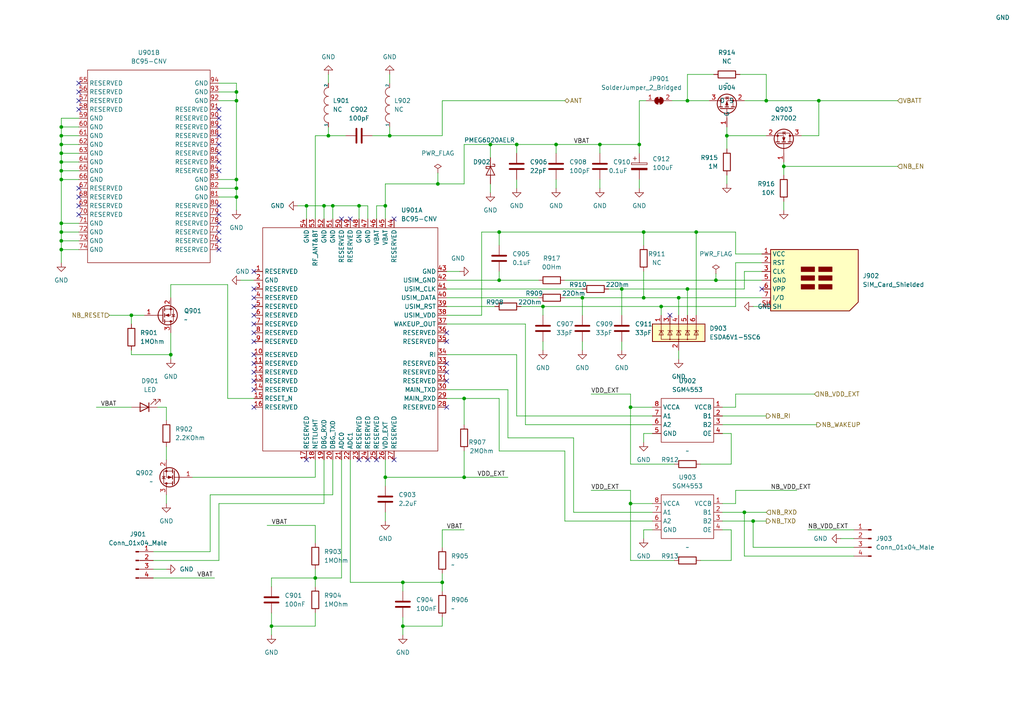
<source format=kicad_sch>
(kicad_sch (version 20211123) (generator eeschema)
  (paper "A4")
  (lib_symbols
    (symbol "Connector:Conn_01x04_Male" (pin_names (offset 1.016) hide)
      (property "Reference" "J" (at 0 5.08 0))
      (property "Value" "Conn_01x04_Male" (at 0 -7.62 0))
      (symbol "Conn_01x04_Male_1_1"
        (polyline (pts (xy 1.27 -5.08) (xy 0.8636 -5.08)) (stroke (width 0.1524)))
        (polyline (pts (xy 1.27 -2.54) (xy 0.8636 -2.54)) (stroke (width 0.1524)))
        (polyline (pts (xy 1.27 0) (xy 0.8636 0)) (stroke (width 0.1524)))
        (polyline (pts (xy 1.27 2.54) (xy 0.8636 2.54)) (stroke (width 0.1524)))
        (rectangle (start 0.8636 -4.953) (end 0 -5.207) (stroke (width 0.1524)) (fill (type outline)))
        (rectangle (start 0.8636 -2.413) (end 0 -2.667) (stroke (width 0.1524)) (fill (type outline)))
        (rectangle (start 0.8636 0.127) (end 0 -0.127) (stroke (width 0.1524)) (fill (type outline)))
        (rectangle (start 0.8636 2.667) (end 0 2.413) (stroke (width 0.1524)) (fill (type outline)))
        (pin passive line (at 5.08 2.54 180) (length 3.81) (name "Pin_1") (number "1"))
        (pin passive line (at 5.08 0 180) (length 3.81) (name "Pin_2") (number "2"))
        (pin passive line (at 5.08 -2.54 180) (length 3.81) (name "Pin_3") (number "3"))
        (pin passive line (at 5.08 -5.08 180) (length 3.81) (name "Pin_4") (number "4"))
      )
    )
    (symbol "Connector:SIM_Card_Shielded"
      (property "Reference" "J" (at -2.54 12.7 0))
      (property "Value" "SIM_Card_Shielded" (at -1.27 10.16 0))
      (symbol "SIM_Card_Shielded_0_1"
        (rectangle (start -1.27 -2.54) (end 2.54 -1.27) (stroke (width 0.254)) (fill (type outline)))
        (rectangle (start -1.27 0) (end 2.54 1.27) (stroke (width 0.254)) (fill (type outline)))
        (rectangle (start -1.27 2.54) (end 2.54 3.81) (stroke (width 0.254)) (fill (type outline)))
        (polyline (pts (xy -10.16 8.89) (xy -10.16 -8.89) (xy 12.7 -8.89) (xy 15.24 -6.35) (xy 15.24 8.89) (xy -10.16 8.89)) (stroke (width 0.254)) (fill (type background)))
        (rectangle (start 3.81 -1.27) (end 7.62 -2.54) (stroke (width 0.254)) (fill (type outline)))
        (rectangle (start 3.81 0) (end 7.62 1.27) (stroke (width 0.254)) (fill (type outline)))
        (rectangle (start 3.81 2.54) (end 7.62 3.81) (stroke (width 0.254)) (fill (type outline)))
      )
      (symbol "SIM_Card_Shielded_1_1"
        (pin power_in line (at -12.7 7.62 0) (length 2.54) (name "VCC") (number "1"))
        (pin input line (at -12.7 5.08 0) (length 2.54) (name "RST") (number "2"))
        (pin input line (at -12.7 2.54 0) (length 2.54) (name "CLK") (number "3"))
        (pin power_in line (at -12.7 0 0) (length 2.54) (name "GND") (number "5"))
        (pin input line (at -12.7 -2.54 0) (length 2.54) (name "VPP") (number "6"))
        (pin bidirectional line (at -12.7 -5.08 0) (length 2.54) (name "I/O") (number "7"))
        (pin passive line (at -12.7 -7.62 0) (length 2.54) (name "SH") (number "SH"))
      )
    )
    (symbol "Device:C" (pin_numbers hide) (pin_names (offset 0.254))
      (property "Reference" "C" (at 0.635 2.54 0))
      (property "Value" "C" (at 0.635 -2.54 0))
      (symbol "C_0_1"
        (polyline (pts (xy -2.032 -0.762) (xy 2.032 -0.762)) (stroke (width 0.508)))
        (polyline (pts (xy -2.032 0.762) (xy 2.032 0.762)) (stroke (width 0.508)))
      )
      (symbol "C_1_1"
        (pin passive line (at 0 3.81 270) (length 2.794) (name "~") (number "1"))
        (pin passive line (at 0 -3.81 90) (length 2.794) (name "~") (number "2"))
      )
    )
    (symbol "Device:C_Polarized" (pin_numbers hide) (pin_names (offset 0.254))
      (property "Reference" "C" (at 0.635 2.54 0))
      (property "Value" "C_Polarized" (at 0.635 -2.54 0))
      (symbol "C_Polarized_0_1"
        (rectangle (start -2.286 0.508) (end 2.286 1.016))
        (polyline (pts (xy -1.778 2.286) (xy -0.762 2.286)))
        (polyline (pts (xy -1.27 2.794) (xy -1.27 1.778)))
        (rectangle (start 2.286 -0.508) (end -2.286 -1.016) (fill (type outline)))
      )
      (symbol "C_Polarized_1_1"
        (pin passive line (at 0 3.81 270) (length 2.794) (name "~") (number "1"))
        (pin passive line (at 0 -3.81 90) (length 2.794) (name "~") (number "2"))
      )
    )
    (symbol "Device:LED" (pin_numbers hide) (pin_names (offset 1.016) hide)
      (property "Reference" "D" (at 0 2.54 0))
      (property "Value" "LED" (at 0 -2.54 0))
      (symbol "LED_0_1"
        (polyline (pts (xy -1.27 -1.27) (xy -1.27 1.27)) (stroke (width 0.254)))
        (polyline (pts (xy -1.27 0) (xy 1.27 0)))
        (polyline (pts (xy 1.27 -1.27) (xy 1.27 1.27) (xy -1.27 0) (xy 1.27 -1.27)) (stroke (width 0.254)))
        (polyline (pts (xy -3.048 -0.762) (xy -4.572 -2.286) (xy -3.81 -2.286) (xy -4.572 -2.286) (xy -4.572 -1.524)))
        (polyline (pts (xy -1.778 -0.762) (xy -3.302 -2.286) (xy -2.54 -2.286) (xy -3.302 -2.286) (xy -3.302 -1.524)))
      )
      (symbol "LED_1_1"
        (pin passive line (at -3.81 0 0) (length 2.54) (name "K") (number "1"))
        (pin passive line (at 3.81 0 180) (length 2.54) (name "A") (number "2"))
      )
    )
    (symbol "Device:R" (pin_numbers hide) (pin_names (offset 0))
      (property "Reference" "R" (at 2.032 0 90))
      (property "Value" "R" (at 0 0 90))
      (symbol "R_0_1"
        (rectangle (start -1.016 -2.54) (end 1.016 2.54) (stroke (width 0.254)))
      )
      (symbol "R_1_1"
        (pin passive line (at 0 3.81 270) (length 1.27) (name "~") (number "1"))
        (pin passive line (at 0 -3.81 90) (length 1.27) (name "~") (number "2"))
      )
    )
    (symbol "Diode:PMEG6020AELR" (pin_numbers hide) (pin_names hide)
      (property "Reference" "D" (at 0 2.54 0))
      (property "Value" "PMEG6020AELR" (at 0 -2.54 0))
      (symbol "PMEG6020AELR_0_1"
        (polyline (pts (xy 1.27 0) (xy -1.27 0)))
        (polyline (pts (xy 1.27 1.27) (xy 1.27 -1.27) (xy -1.27 0) (xy 1.27 1.27)) (stroke (width 0.2032)))
        (polyline (pts (xy -1.905 0.635) (xy -1.905 1.27) (xy -1.27 1.27) (xy -1.27 -1.27) (xy -0.635 -1.27) (xy -0.635 -0.635)) (stroke (width 0.2032)))
      )
      (symbol "PMEG6020AELR_1_1"
        (pin passive line (at -3.81 0 0) (length 2.54) (name "K") (number "1"))
        (pin passive line (at 3.81 0 180) (length 2.54) (name "A") (number "2"))
      )
    )
    (symbol "Jumper:SolderJumper_2_Bridged" (pin_names (offset 0) hide)
      (property "Reference" "JP" (at 0 2.032 0))
      (property "Value" "SolderJumper_2_Bridged" (at 0 -2.54 0))
      (symbol "SolderJumper_2_Bridged_0_1"
        (rectangle (start -0.508 0.508) (end 0.508 -0.508) (fill (type outline)))
        (arc (start -0.254 1.016) (mid -1.27 0) (end -0.254 -1.016))
        (arc (start -0.254 1.016) (mid -1.27 0) (end -0.254 -1.016) (fill (type outline)))
        (polyline (pts (xy -0.254 1.016) (xy -0.254 -1.016)))
        (polyline (pts (xy 0.254 1.016) (xy 0.254 -1.016)))
        (arc (start 0.254 -1.016) (mid 1.27 0) (end 0.254 1.016))
        (arc (start 0.254 -1.016) (mid 1.27 0) (end 0.254 1.016) (fill (type outline)))
      )
      (symbol "SolderJumper_2_Bridged_1_1"
        (pin passive line (at -3.81 0 0) (length 2.54) (name "A") (number "1"))
        (pin passive line (at 3.81 0 180) (length 2.54) (name "B") (number "2"))
      )
    )
    (symbol "Power_Protection:ESDA6V1-5SC6" (pin_names hide)
      (property "Reference" "D" (at -5.08 -3.81 0))
      (property "Value" "ESDA6V1-5SC6" (at 2.54 -3.81 0))
      (symbol "ESDA6V1-5SC6_0_0"
        (pin passive line (at 0 -5.08 90) (length 2.54) (name "GND") (number "2"))
      )
      (symbol "ESDA6V1-5SC6_0_1"
        (rectangle (start -7.62 2.54) (end 7.62 -2.54) (stroke (width 0.254)) (fill (type background)))
        (circle (center -2.54 -1.905) (radius 0.127))
        (circle (center 0 -1.905) (radius 0.127))
        (polyline (pts (xy -2.54 2.54) (xy -2.54 -1.905)))
        (polyline (pts (xy 0 2.54) (xy 0 -2.54)))
        (polyline (pts (xy 2.54 2.54) (xy 2.54 -1.905)))
        (polyline (pts (xy -5.715 0.635) (xy -4.445 0.635) (xy -4.445 0.381)))
        (polyline (pts (xy -3.175 0.635) (xy -1.905 0.635) (xy -1.905 0.381)))
        (polyline (pts (xy -0.635 0.635) (xy 0.635 0.635) (xy 0.635 0.381)))
        (polyline (pts (xy 1.905 0.635) (xy 3.175 0.635) (xy 3.175 0.381)))
        (polyline (pts (xy 4.445 0.635) (xy 5.715 0.635) (xy 5.715 0.381)))
        (polyline (pts (xy -5.715 -0.635) (xy -4.445 -0.635) (xy -5.08 0.635) (xy -5.715 -0.635)))
        (polyline (pts (xy -5.08 2.54) (xy -5.08 -1.905) (xy 5.08 -1.905) (xy 5.08 2.54)))
        (polyline (pts (xy -3.175 -0.635) (xy -1.905 -0.635) (xy -2.54 0.635) (xy -3.175 -0.635)))
        (polyline (pts (xy -0.635 -0.635) (xy 0.635 -0.635) (xy 0 0.635) (xy -0.635 -0.635)))
        (polyline (pts (xy 1.905 -0.635) (xy 3.175 -0.635) (xy 2.54 0.635) (xy 1.905 -0.635)))
        (polyline (pts (xy 4.445 -0.635) (xy 5.715 -0.635) (xy 5.08 0.635) (xy 4.445 -0.635)))
        (circle (center 2.54 -1.905) (radius 0.127))
      )
      (symbol "ESDA6V1-5SC6_1_1"
        (pin passive line (at -5.08 5.08 270) (length 2.54) (name "IO1") (number "1"))
        (pin passive line (at -2.54 5.08 270) (length 2.54) (name "IO2") (number "3"))
        (pin passive line (at 0 5.08 270) (length 2.54) (name "IO3") (number "4"))
        (pin passive line (at 2.54 5.08 270) (length 2.54) (name "IO4") (number "5"))
        (pin passive line (at 5.08 5.08 270) (length 2.54) (name "IO5") (number "6"))
      )
    )
    (symbol "Transistor_FET:2N7002" (pin_names hide)
      (property "Reference" "Q" (at 5.08 1.905 0))
      (property "Value" "2N7002" (at 5.08 0 0))
      (symbol "2N7002_0_1"
        (polyline (pts (xy 0.254 0) (xy -2.54 0)))
        (polyline (pts (xy 0.254 1.905) (xy 0.254 -1.905)) (stroke (width 0.254)))
        (polyline (pts (xy 0.762 -1.27) (xy 0.762 -2.286)) (stroke (width 0.254)))
        (polyline (pts (xy 0.762 0.508) (xy 0.762 -0.508)) (stroke (width 0.254)))
        (polyline (pts (xy 0.762 2.286) (xy 0.762 1.27)) (stroke (width 0.254)))
        (polyline (pts (xy 2.54 2.54) (xy 2.54 1.778)))
        (polyline (pts (xy 2.54 -2.54) (xy 2.54 0) (xy 0.762 0)))
        (polyline (pts (xy 0.762 -1.778) (xy 3.302 -1.778) (xy 3.302 1.778) (xy 0.762 1.778)))
        (polyline (pts (xy 1.016 0) (xy 2.032 0.381) (xy 2.032 -0.381) (xy 1.016 0)) (fill (type outline)))
        (polyline (pts (xy 2.794 0.508) (xy 2.921 0.381) (xy 3.683 0.381) (xy 3.81 0.254)))
        (polyline (pts (xy 3.302 0.381) (xy 2.921 -0.254) (xy 3.683 -0.254) (xy 3.302 0.381)))
        (circle (center 1.651 0) (radius 2.794) (stroke (width 0.254)))
        (circle (center 2.54 -1.778) (radius 0.254) (fill (type outline)))
        (circle (center 2.54 1.778) (radius 0.254) (fill (type outline)))
      )
      (symbol "2N7002_1_1"
        (pin input line (at -5.08 0 0) (length 2.54) (name "G") (number "1"))
        (pin passive line (at 2.54 -5.08 90) (length 2.54) (name "S") (number "2"))
        (pin passive line (at 2.54 5.08 270) (length 2.54) (name "D") (number "3"))
      )
    )
    (symbol "lp-collapse:BC95-CNV"
      (property "Reference" "U" (at -1.27 0 0))
      (property "Value" "BC95-CNV" (at 0 2.54 0))
      (symbol "BC95-CNV_1_1"
        (rectangle (start -25.4 33.02) (end 25.4 -31.75))
        (pin passive line (at -27.94 20.32 0) (length 2.54) (name "RESERVED") (number "1"))
        (pin passive line (at -27.94 -3.81 0) (length 2.54) (name "RESERVED") (number "10"))
        (pin passive line (at -27.94 -6.35 0) (length 2.54) (name "RESERVED") (number "11"))
        (pin passive line (at -27.94 -8.89 0) (length 2.54) (name "RESERVED") (number "12"))
        (pin passive line (at -27.94 -11.43 0) (length 2.54) (name "RESERVED") (number "13"))
        (pin passive line (at -27.94 -13.97 0) (length 2.54) (name "RESERVED") (number "14"))
        (pin input line (at -27.94 -16.51 0) (length 2.54) (name "RESET_N") (number "15"))
        (pin passive line (at -27.94 -19.05 0) (length 2.54) (name "RESERVED") (number "16"))
        (pin passive line (at -12.7 -34.29 90) (length 2.54) (name "RESERVED") (number "17"))
        (pin output line (at -10.16 -34.29 90) (length 2.54) (name "NETLIGHT") (number "18"))
        (pin input line (at -7.62 -34.29 90) (length 2.54) (name "DBG_RXD") (number "19"))
        (pin power_in line (at -27.94 17.78 0) (length 2.54) (name "GND") (number "2"))
        (pin output line (at -5.08 -34.29 90) (length 2.54) (name "DBG_TXD") (number "20"))
        (pin input line (at -2.54 -34.29 90) (length 2.54) (name "ADC0") (number "21"))
        (pin input line (at 0 -34.29 90) (length 2.54) (name "ADC1") (number "22"))
        (pin passive line (at 2.54 -34.29 90) (length 2.54) (name "RESERVED") (number "23"))
        (pin passive line (at 5.08 -34.29 90) (length 2.54) (name "RESERVED") (number "24"))
        (pin passive line (at 7.62 -34.29 90) (length 2.54) (name "RESERVED") (number "25"))
        (pin power_out line (at 10.16 -34.29 90) (length 2.54) (name "VDD_EXT") (number "26"))
        (pin passive line (at 12.7 -34.29 90) (length 2.54) (name "RESERVED") (number "27"))
        (pin passive line (at 27.94 -19.05 180) (length 2.54) (name "RESERVED") (number "28"))
        (pin input line (at 27.94 -16.51 180) (length 2.54) (name "MAIN_RXD") (number "29"))
        (pin passive line (at -27.94 15.24 0) (length 2.54) (name "RESERVED") (number "3"))
        (pin output line (at 27.94 -13.97 180) (length 2.54) (name "MAIN_TXD") (number "30"))
        (pin passive line (at 27.94 -11.43 180) (length 2.54) (name "RESERVED") (number "31"))
        (pin passive line (at 27.94 -8.89 180) (length 2.54) (name "RESERVED") (number "32"))
        (pin passive line (at 27.94 -6.35 180) (length 2.54) (name "RESERVED") (number "33"))
        (pin output line (at 27.94 -3.81 180) (length 2.54) (name "RI") (number "34"))
        (pin passive line (at 27.94 0 180) (length 2.54) (name "RESERVED") (number "35"))
        (pin passive line (at 27.94 2.54 180) (length 2.54) (name "RESERVED") (number "36"))
        (pin output line (at 27.94 5.08 180) (length 2.54) (name "WAKEUP_OUT") (number "37"))
        (pin power_out line (at 27.94 7.62 180) (length 2.54) (name "USIM_VDD") (number "38"))
        (pin output line (at 27.94 10.16 180) (length 2.54) (name "USIM_RST") (number "39"))
        (pin passive line (at -27.94 12.7 0) (length 2.54) (name "RESERVED") (number "4"))
        (pin bidirectional line (at 27.94 12.7 180) (length 2.54) (name "USIM_DATA") (number "40"))
        (pin output line (at 27.94 15.24 180) (length 2.54) (name "USIM_CLK") (number "41"))
        (pin output line (at 27.94 17.78 180) (length 2.54) (name "USIM_GND") (number "42"))
        (pin power_in line (at 27.94 20.32 180) (length 2.54) (name "GND") (number "43"))
        (pin passive line (at 12.7 35.56 270) (length 2.54) (name "RESERVED") (number "44"))
        (pin power_in line (at 10.16 35.56 270) (length 2.54) (name "VBAT") (number "45"))
        (pin power_in line (at 7.62 35.56 270) (length 2.54) (name "VBAT") (number "46"))
        (pin power_in line (at 5.08 35.56 270) (length 2.54) (name "GND") (number "47"))
        (pin power_in line (at 2.54 35.56 270) (length 2.54) (name "GND") (number "48"))
        (pin passive line (at 0 35.56 270) (length 2.54) (name "RESERVED") (number "49"))
        (pin passive line (at -27.94 10.16 0) (length 2.54) (name "RESERVED") (number "5"))
        (pin passive line (at -2.54 35.56 270) (length 2.54) (name "RESERVED") (number "50"))
        (pin power_in line (at -5.08 35.56 270) (length 2.54) (name "GND") (number "51"))
        (pin power_in line (at -7.62 35.56 270) (length 2.54) (name "GND") (number "52"))
        (pin bidirectional line (at -10.16 35.56 270) (length 2.54) (name "RF_ANT&BT") (number "53"))
        (pin power_in line (at -12.7 35.56 270) (length 2.54) (name "GND") (number "54"))
        (pin passive line (at -27.94 7.62 0) (length 2.54) (name "RESERVED") (number "6"))
        (pin passive line (at -27.94 5.08 0) (length 2.54) (name "RESERVED") (number "7"))
        (pin passive line (at -27.94 2.54 0) (length 2.54) (name "RESERVED") (number "8"))
        (pin passive line (at -27.94 0 0) (length 2.54) (name "RESERVED") (number "9"))
      )
      (symbol "BC95-CNV_2_1"
        (rectangle (start -17.78 27.94) (end 17.78 -27.94))
        (pin passive line (at -20.32 24.13 0) (length 2.54) (name "RESERVED") (number "55"))
        (pin passive line (at -20.32 21.59 0) (length 2.54) (name "RESERVED") (number "56"))
        (pin passive line (at -20.32 19.05 0) (length 2.54) (name "RESERVED") (number "57"))
        (pin passive line (at -20.32 16.51 0) (length 2.54) (name "RESERVED") (number "58"))
        (pin power_in line (at -20.32 13.97 0) (length 2.54) (name "GND") (number "59"))
        (pin power_in line (at -20.32 11.43 0) (length 2.54) (name "GND") (number "60"))
        (pin power_in line (at -20.32 8.89 0) (length 2.54) (name "GND") (number "61"))
        (pin power_in line (at -20.32 6.35 0) (length 2.54) (name "GND") (number "62"))
        (pin power_in line (at -20.32 3.81 0) (length 2.54) (name "GND") (number "63"))
        (pin power_in line (at -20.32 1.27 0) (length 2.54) (name "GND") (number "64"))
        (pin power_in line (at -20.32 -1.27 0) (length 2.54) (name "GND") (number "65"))
        (pin power_in line (at -20.32 -3.81 0) (length 2.54) (name "GND") (number "66"))
        (pin passive line (at -20.32 -6.35 0) (length 2.54) (name "RESERVED") (number "67"))
        (pin passive line (at -20.32 -8.89 0) (length 2.54) (name "RESERVED") (number "68"))
        (pin passive line (at -20.32 -11.43 0) (length 2.54) (name "RESERVED") (number "69"))
        (pin passive line (at -20.32 -13.97 0) (length 2.54) (name "RESERVED") (number "70"))
        (pin power_in line (at -20.32 -16.51 0) (length 2.54) (name "GND") (number "71"))
        (pin power_in line (at -20.32 -19.05 0) (length 2.54) (name "GND") (number "72"))
        (pin power_in line (at -20.32 -21.59 0) (length 2.54) (name "GND") (number "73"))
        (pin power_in line (at -20.32 -24.13 0) (length 2.54) (name "GND") (number "74"))
        (pin passive line (at 20.32 -24.13 180) (length 2.54) (name "RESERVED") (number "75"))
        (pin passive line (at 20.32 -21.59 180) (length 2.54) (name "RESERVED") (number "76"))
        (pin passive line (at 20.32 -19.05 180) (length 2.54) (name "RESERVED") (number "77"))
        (pin passive line (at 20.32 -16.51 180) (length 2.54) (name "RESERVED") (number "78"))
        (pin passive line (at 20.32 -13.97 180) (length 2.54) (name "RESERVED") (number "79"))
        (pin passive line (at 20.32 -11.43 180) (length 2.54) (name "RESERVED") (number "80"))
        (pin power_in line (at 20.32 -8.89 180) (length 2.54) (name "GND") (number "81"))
        (pin power_in line (at 20.32 -6.35 180) (length 2.54) (name "GND") (number "82"))
        (pin power_in line (at 20.32 -3.81 180) (length 2.54) (name "GND") (number "83"))
        (pin passive line (at 20.32 -1.27 180) (length 2.54) (name "RESERVED") (number "84"))
        (pin passive line (at 20.32 1.27 180) (length 2.54) (name "RESERVED") (number "85"))
        (pin passive line (at 20.32 3.81 180) (length 2.54) (name "RESERVED") (number "86"))
        (pin passive line (at 20.32 6.35 180) (length 2.54) (name "RESERVED") (number "87"))
        (pin passive line (at 20.32 8.89 180) (length 2.54) (name "RESERVED") (number "88"))
        (pin passive line (at 20.32 11.43 180) (length 2.54) (name "RESERVED") (number "89"))
        (pin passive line (at 20.32 13.97 180) (length 2.54) (name "RESERVED") (number "90"))
        (pin passive line (at 20.32 16.51 180) (length 2.54) (name "RESERVED") (number "91"))
        (pin power_in line (at 20.32 19.05 180) (length 2.54) (name "GND") (number "92"))
        (pin power_in line (at 20.32 21.59 180) (length 2.54) (name "GND") (number "93"))
        (pin power_in line (at 20.32 24.13 180) (length 2.54) (name "GND") (number "94"))
      )
    )
    (symbol "lp-collapse:SGM4553"
      (property "Reference" "U" (at 0 10.16 0))
      (property "Value" "SGM4553" (at 0 7.62 0))
      (symbol "SGM4553_0_1"
        (rectangle (start -7.62 -6.35) (end 7.62 6.35))
      )
      (symbol "SGM4553_1_1"
        (pin input line (at -10.16 3.81 0) (length 2.54) (name "VCCB") (number "1"))
        (pin input line (at -10.16 1.27 0) (length 2.54) (name "B1") (number "2"))
        (pin input line (at -10.16 -1.27 0) (length 2.54) (name "B2") (number "3"))
        (pin input line (at -10.16 -3.81 0) (length 2.54) (name "OE") (number "4"))
        (pin input line (at 10.16 -3.81 180) (length 2.54) (name "GND") (number "5"))
        (pin input line (at 10.16 -1.27 180) (length 2.54) (name "A2") (number "6"))
        (pin input line (at 10.16 1.27 180) (length 2.54) (name "A1") (number "7"))
        (pin input line (at 10.16 3.81 180) (length 2.54) (name "VCCA") (number "8"))
      )
    )
    (symbol "lp-collapse:Si2347DS"
      (property "Reference" "U" (at 5.08 1.27 0))
      (property "Value" "Si2347DS" (at 7.62 -2.54 0))
      (symbol "Si2347DS_0_1"
        (polyline (pts (xy -1.016 0) (xy -3.81 0)))
        (polyline (pts (xy -1.016 1.905) (xy -1.016 -1.905)) (stroke (width 0.254)))
        (polyline (pts (xy -0.508 -1.27) (xy -0.508 -2.286)) (stroke (width 0.254)))
        (polyline (pts (xy -0.508 0.508) (xy -0.508 -0.508)) (stroke (width 0.254)))
        (polyline (pts (xy -0.508 2.286) (xy -0.508 1.27)) (stroke (width 0.254)))
        (polyline (pts (xy 1.27 2.54) (xy 1.27 1.778)))
        (polyline (pts (xy 1.27 -2.54) (xy 1.27 0) (xy -0.508 0)))
        (polyline (pts (xy -0.508 1.778) (xy 2.032 1.778) (xy 2.032 -1.778) (xy -0.508 -1.778)))
        (polyline (pts (xy 1.016 0) (xy 0 0.381) (xy 0 -0.381) (xy 1.016 0)) (fill (type outline)))
        (polyline (pts (xy 1.524 -0.508) (xy 1.651 -0.381) (xy 2.413 -0.381) (xy 2.54 -0.254)))
        (polyline (pts (xy 2.032 -0.381) (xy 1.651 0.254) (xy 2.413 0.254) (xy 2.032 -0.381)))
        (circle (center 0.381 0) (radius 2.794) (stroke (width 0.254)))
        (circle (center 1.27 -1.778) (radius 0.254) (fill (type outline)))
        (circle (center 1.27 1.778) (radius 0.254) (fill (type outline)))
      )
      (symbol "Si2347DS_1_1"
        (pin input line (at -6.35 0 0) (length 2.54) (name "G") (number "1"))
        (pin passive line (at 1.27 -5.08 90) (length 2.54) (name "S") (number "2"))
        (pin passive line (at 1.27 5.08 270) (length 2.54) (name "D") (number "3"))
      )
    )
    (symbol "power:GND" (power) (pin_names (offset 0))
      (property "Value" "GND" (at 0 -3.81 0))
      (symbol "GND_0_1"
        (polyline (pts (xy 0 0) (xy 0 -1.27) (xy 1.27 -1.27) (xy 0 -2.54) (xy -1.27 -1.27) (xy 0 -1.27)))
      )
      (symbol "GND_1_1"
        (pin power_in line (at 0 0 270) (length 0) hide (name "GND") (number "1"))
      )
    )
    (symbol "power:PWR_FLAG" (power) (pin_numbers hide) (pin_names (offset 0) hide)
      (property "Value" "PWR_FLAG" (at 0 3.81 0))
      (symbol "PWR_FLAG_0_0"
        (pin power_out line (at 0 0 90) (length 0) (name "pwr") (number "1"))
      )
      (symbol "PWR_FLAG_0_1"
        (polyline (pts (xy 0 0) (xy 0 1.27) (xy -1.016 1.905) (xy 0 2.54) (xy 1.016 1.905) (xy 0 1.27)))
      )
    )
    (symbol "pspice:INDUCTOR" (pin_numbers hide) (pin_names (offset 0))
      (property "Reference" "L" (at 0 2.54 0))
      (property "Value" "INDUCTOR" (at 0 -1.27 0))
      (symbol "INDUCTOR_0_1"
        (arc (start -2.54 0) (mid -3.81 1.27) (end -5.08 0))
        (arc (start 0 0) (mid -1.27 1.27) (end -2.54 0))
        (arc (start 2.54 0) (mid 1.27 1.27) (end 0 0))
        (arc (start 5.08 0) (mid 3.81 1.27) (end 2.54 0))
      )
      (symbol "INDUCTOR_1_1"
        (pin input line (at -6.35 0 0) (length 1.27) (name "1") (number "1"))
        (pin input line (at 6.35 0 180) (length 1.27) (name "2") (number "2"))
      )
    )
  )
  (junction (at 127 53.34))
  (junction (at 116.84 181.61))
  (junction (at 17.78 39.37))
  (junction (at 185.42 41.91))
  (junction (at 88.9 59.69))
  (junction (at 180.34 83.82))
  (junction (at 128.27 168.91))
  (junction (at 68.58 29.21))
  (junction (at 38.1 91.44))
  (junction (at 222.25 29.21))
  (junction (at 104.14 59.69))
  (junction (at 134.62 115.57))
  (junction (at 186.69 67.31))
  (junction (at 149.86 41.91))
  (junction (at 237.49 29.21))
  (junction (at 95.25 39.37))
  (junction (at 199.39 83.82))
  (junction (at 134.62 138.43))
  (junction (at 144.78 67.31))
  (junction (at 215.9 148.59))
  (junction (at 161.29 41.91))
  (junction (at 182.88 146.05))
  (junction (at 93.98 59.69))
  (junction (at 111.76 59.69))
  (junction (at 111.76 138.43))
  (junction (at 207.645 81.28))
  (junction (at 68.58 57.15))
  (junction (at 142.24 41.91))
  (junction (at 17.78 49.53))
  (junction (at 186.69 86.36))
  (junction (at 199.39 29.21))
  (junction (at 17.78 72.39))
  (junction (at 201.93 67.31))
  (junction (at 96.52 59.69))
  (junction (at 49.53 102.87))
  (junction (at 17.78 69.85))
  (junction (at 196.85 86.36))
  (junction (at 68.58 54.61))
  (junction (at 17.78 46.99))
  (junction (at 78.74 181.61))
  (junction (at 182.88 118.11))
  (junction (at 173.99 41.91))
  (junction (at 191.77 88.9))
  (junction (at 218.44 151.13))
  (junction (at 17.78 36.83))
  (junction (at 17.78 52.07))
  (junction (at 17.78 41.91))
  (junction (at 113.03 39.37))
  (junction (at 210.82 39.37))
  (junction (at 17.78 64.77))
  (junction (at 116.84 168.91))
  (junction (at 17.78 44.45))
  (junction (at 17.78 67.31))
  (junction (at 168.91 86.36))
  (junction (at 68.58 26.67))
  (junction (at 144.78 81.28))
  (junction (at 91.44 167.64))
  (junction (at 227.33 48.26))
  (junction (at 157.48 88.9))
  (junction (at 68.58 52.07))
  (no_connect (at 22.86 59.69))
  (no_connect (at 22.86 62.23))
  (no_connect (at 99.06 63.5))
  (no_connect (at 101.6 63.5))
  (no_connect (at 114.3 133.35))
  (no_connect (at 109.22 133.35))
  (no_connect (at 106.68 133.35))
  (no_connect (at 104.14 133.35))
  (no_connect (at 88.9 133.35))
  (no_connect (at 73.66 107.95))
  (no_connect (at 73.66 105.41))
  (no_connect (at 73.66 102.87))
  (no_connect (at 73.66 99.06))
  (no_connect (at 73.66 96.52))
  (no_connect (at 73.66 93.98))
  (no_connect (at 73.66 88.9))
  (no_connect (at 73.66 86.36))
  (no_connect (at 73.66 83.82))
  (no_connect (at 73.66 91.44))
  (no_connect (at 73.66 118.11))
  (no_connect (at 73.66 110.49))
  (no_connect (at 73.66 113.03))
  (no_connect (at 63.5 36.83))
  (no_connect (at 63.5 34.29))
  (no_connect (at 22.86 31.75))
  (no_connect (at 22.86 24.13))
  (no_connect (at 22.86 26.67))
  (no_connect (at 22.86 57.15))
  (no_connect (at 63.5 72.39))
  (no_connect (at 63.5 41.91))
  (no_connect (at 22.86 29.21))
  (no_connect (at 114.3 63.5))
  (no_connect (at 63.5 59.69))
  (no_connect (at 73.66 78.74))
  (no_connect (at 220.98 83.82))
  (no_connect (at 22.86 54.61))
  (no_connect (at 63.5 67.31))
  (no_connect (at 63.5 31.75))
  (no_connect (at 194.31 91.44))
  (no_connect (at 63.5 64.77))
  (no_connect (at 63.5 62.23))
  (no_connect (at 63.5 49.53))
  (no_connect (at 63.5 39.37))
  (no_connect (at 129.54 110.49))
  (no_connect (at 129.54 107.95))
  (no_connect (at 129.54 105.41))
  (no_connect (at 129.54 99.06))
  (no_connect (at 129.54 96.52))
  (no_connect (at 129.54 118.11))
  (no_connect (at 63.5 44.45))
  (no_connect (at 63.5 69.85))
  (no_connect (at 63.5 46.99))
  (wire (pts (xy 60.96 160.02) (xy 44.45 160.02)))
  (wire (pts (xy 182.88 118.11) (xy 182.88 114.3)))
  (wire (pts (xy 128.27 179.07) (xy 128.27 181.61)))
  (wire (pts (xy 96.52 59.69) (xy 96.52 63.5)))
  (wire (pts (xy 163.83 86.36) (xy 168.91 86.36)))
  (wire (pts (xy 237.49 29.21) (xy 222.25 29.21)))
  (wire (pts (xy 212.09 153.67) (xy 212.09 162.56)))
  (wire (pts (xy 22.86 34.29) (xy 17.78 34.29)))
  (wire (pts (xy 66.04 115.57) (xy 66.04 82.55)))
  (wire (pts (xy 171.45 114.3) (xy 182.88 114.3)))
  (wire (pts (xy 189.23 118.11) (xy 182.88 118.11)))
  (wire (pts (xy 17.78 44.45) (xy 22.86 44.45)))
  (wire (pts (xy 189.23 146.05) (xy 182.88 146.05)))
  (wire (pts (xy 134.62 41.91) (xy 134.62 53.34)))
  (wire (pts (xy 207.01 21.59) (xy 199.39 21.59)))
  (wire (pts (xy 149.86 120.65) (xy 189.23 120.65)))
  (wire (pts (xy 163.83 29.21) (xy 128.27 29.21)))
  (wire (pts (xy 180.34 83.82) (xy 199.39 83.82)))
  (wire (pts (xy 116.84 181.61) (xy 128.27 181.61)))
  (wire (pts (xy 63.5 57.15) (xy 68.58 57.15)))
  (wire (pts (xy 60.96 143.51) (xy 60.96 160.02)))
  (wire (pts (xy 139.7 67.31) (xy 144.78 67.31)))
  (wire (pts (xy 38.1 101.6) (xy 38.1 102.87)))
  (wire (pts (xy 111.76 133.35) (xy 111.76 138.43)))
  (wire (pts (xy 168.91 86.36) (xy 186.69 86.36)))
  (wire (pts (xy 93.98 146.05) (xy 63.5 146.05)))
  (wire (pts (xy 78.74 167.64) (xy 91.44 167.64)))
  (wire (pts (xy 128.27 153.67) (xy 134.62 153.67)))
  (wire (pts (xy 222.25 39.37) (xy 210.82 39.37)))
  (wire (pts (xy 196.85 86.36) (xy 196.85 91.44)))
  (wire (pts (xy 129.54 93.98) (xy 152.4 93.98)))
  (wire (pts (xy 186.69 78.74) (xy 186.69 86.36)))
  (wire (pts (xy 237.49 29.21) (xy 237.49 39.37)))
  (wire (pts (xy 149.86 41.91) (xy 161.29 41.91)))
  (wire (pts (xy 93.98 59.69) (xy 93.98 63.5)))
  (wire (pts (xy 91.44 138.43) (xy 91.44 133.35)))
  (wire (pts (xy 186.69 67.31) (xy 186.69 71.12)))
  (wire (pts (xy 213.36 76.2) (xy 213.36 88.9)))
  (wire (pts (xy 147.32 127) (xy 166.37 127)))
  (wire (pts (xy 191.77 88.9) (xy 213.36 88.9)))
  (wire (pts (xy 99.06 167.64) (xy 91.44 167.64)))
  (wire (pts (xy 180.34 83.82) (xy 180.34 91.44)))
  (wire (pts (xy 227.33 48.26) (xy 227.33 50.8)))
  (wire (pts (xy 17.78 39.37) (xy 22.86 39.37)))
  (wire (pts (xy 111.76 148.59) (xy 111.76 151.13)))
  (wire (pts (xy 151.13 88.9) (xy 157.48 88.9)))
  (wire (pts (xy 44.45 167.64) (xy 62.23 167.64)))
  (wire (pts (xy 128.27 39.37) (xy 113.03 39.37)))
  (wire (pts (xy 17.78 36.83) (xy 22.86 36.83)))
  (wire (pts (xy 68.58 52.07) (xy 68.58 54.61)))
  (wire (pts (xy 68.58 57.15) (xy 68.58 60.96)))
  (wire (pts (xy 168.91 99.06) (xy 168.91 101.6)))
  (wire (pts (xy 128.27 29.21) (xy 128.27 39.37)))
  (wire (pts (xy 55.88 138.43) (xy 91.44 138.43)))
  (wire (pts (xy 63.5 26.67) (xy 68.58 26.67)))
  (wire (pts (xy 129.54 78.74) (xy 133.35 78.74)))
  (wire (pts (xy 163.83 81.28) (xy 207.645 81.28)))
  (wire (pts (xy 113.03 21.59) (xy 113.03 24.13)))
  (wire (pts (xy 144.78 115.57) (xy 144.78 130.81)))
  (wire (pts (xy 91.44 39.37) (xy 91.44 63.5)))
  (wire (pts (xy 227.33 46.99) (xy 227.33 48.26)))
  (wire (pts (xy 210.82 39.37) (xy 210.82 43.18)))
  (wire (pts (xy 213.36 146.05) (xy 213.36 142.24)))
  (wire (pts (xy 144.78 67.31) (xy 144.78 71.12)))
  (wire (pts (xy 212.09 134.62) (xy 203.2 134.62)))
  (wire (pts (xy 128.27 168.91) (xy 128.27 171.45)))
  (wire (pts (xy 209.55 125.73) (xy 212.09 125.73)))
  (wire (pts (xy 49.53 102.87) (xy 49.53 104.14)))
  (wire (pts (xy 78.74 170.18) (xy 78.74 167.64)))
  (wire (pts (xy 17.78 72.39) (xy 22.86 72.39)))
  (wire (pts (xy 91.44 177.8) (xy 91.44 181.61)))
  (wire (pts (xy 209.55 146.05) (xy 213.36 146.05)))
  (wire (pts (xy 128.27 166.37) (xy 128.27 168.91)))
  (wire (pts (xy 149.86 52.07) (xy 149.86 54.61)))
  (wire (pts (xy 180.34 99.06) (xy 180.34 101.6)))
  (wire (pts (xy 63.5 52.07) (xy 68.58 52.07)))
  (wire (pts (xy 196.85 86.36) (xy 220.98 86.36)))
  (wire (pts (xy 91.44 167.64) (xy 91.44 170.18)))
  (wire (pts (xy 17.78 69.85) (xy 17.78 72.39)))
  (wire (pts (xy 17.78 46.99) (xy 22.86 46.99)))
  (wire (pts (xy 186.69 67.31) (xy 201.93 67.31)))
  (wire (pts (xy 78.74 177.8) (xy 78.74 181.61)))
  (wire (pts (xy 168.91 86.36) (xy 168.91 91.44)))
  (wire (pts (xy 17.78 46.99) (xy 17.78 49.53)))
  (wire (pts (xy 144.78 81.28) (xy 156.21 81.28)))
  (wire (pts (xy 66.04 82.55) (xy 49.53 82.55)))
  (wire (pts (xy 215.9 78.74) (xy 215.9 83.82)))
  (wire (pts (xy 17.78 44.45) (xy 17.78 46.99)))
  (wire (pts (xy 17.78 52.07) (xy 22.86 52.07)))
  (wire (pts (xy 68.58 26.67) (xy 68.58 29.21)))
  (wire (pts (xy 95.25 36.83) (xy 95.25 39.37)))
  (wire (pts (xy 210.82 50.8) (xy 210.82 53.34)))
  (wire (pts (xy 109.22 63.5) (xy 109.22 59.69)))
  (wire (pts (xy 129.54 88.9) (xy 143.51 88.9)))
  (wire (pts (xy 27.94 118.11) (xy 38.1 118.11)))
  (wire (pts (xy 215.9 148.59) (xy 215.9 161.29)))
  (wire (pts (xy 173.99 52.07) (xy 173.99 54.61)))
  (wire (pts (xy 96.52 143.51) (xy 60.96 143.51)))
  (wire (pts (xy 214.63 21.59) (xy 222.25 21.59)))
  (wire (pts (xy 212.09 125.73) (xy 212.09 134.62)))
  (wire (pts (xy 38.1 91.44) (xy 38.1 93.98)))
  (wire (pts (xy 142.24 53.34) (xy 142.24 55.88)))
  (wire (pts (xy 157.48 99.06) (xy 157.48 101.6)))
  (wire (pts (xy 96.52 133.35) (xy 96.52 143.51)))
  (wire (pts (xy 152.4 123.19) (xy 189.23 123.19)))
  (wire (pts (xy 213.36 76.2) (xy 220.98 76.2)))
  (wire (pts (xy 116.84 171.45) (xy 116.84 168.91)))
  (wire (pts (xy 17.78 64.77) (xy 17.78 67.31)))
  (wire (pts (xy 161.29 52.07) (xy 161.29 54.61)))
  (wire (pts (xy 77.47 152.4) (xy 91.44 152.4)))
  (wire (pts (xy 68.58 54.61) (xy 68.58 57.15)))
  (wire (pts (xy 209.55 118.11) (xy 213.36 118.11)))
  (wire (pts (xy 88.9 63.5) (xy 88.9 59.69)))
  (wire (pts (xy 182.88 146.05) (xy 182.88 142.24)))
  (wire (pts (xy 17.78 69.85) (xy 22.86 69.85)))
  (wire (pts (xy 220.98 78.74) (xy 215.9 78.74)))
  (wire (pts (xy 185.42 44.45) (xy 185.42 41.91)))
  (wire (pts (xy 144.78 78.74) (xy 144.78 81.28)))
  (wire (pts (xy 129.54 86.36) (xy 156.21 86.36)))
  (wire (pts (xy 201.93 67.31) (xy 201.93 91.44)))
  (wire (pts (xy 209.55 123.19) (xy 236.855 123.19)))
  (wire (pts (xy 17.78 72.39) (xy 17.78 76.2)))
  (wire (pts (xy 17.78 34.29) (xy 17.78 36.83)))
  (wire (pts (xy 111.76 53.34) (xy 111.76 59.69)))
  (wire (pts (xy 185.42 29.21) (xy 185.42 41.91)))
  (wire (pts (xy 213.36 142.24) (xy 231.14 142.24)))
  (wire (pts (xy 218.44 88.9) (xy 220.98 88.9)))
  (wire (pts (xy 93.98 133.35) (xy 93.98 146.05)))
  (wire (pts (xy 129.54 91.44) (xy 139.7 91.44)))
  (wire (pts (xy 93.98 59.69) (xy 96.52 59.69)))
  (wire (pts (xy 134.62 138.43) (xy 147.32 138.43)))
  (wire (pts (xy 171.45 142.24) (xy 182.88 142.24)))
  (wire (pts (xy 187.325 29.21) (xy 185.42 29.21)))
  (wire (pts (xy 101.6 168.91) (xy 116.84 168.91)))
  (wire (pts (xy 182.88 134.62) (xy 182.88 118.11)))
  (wire (pts (xy 134.62 115.57) (xy 134.62 123.19)))
  (wire (pts (xy 163.83 151.13) (xy 189.23 151.13)))
  (wire (pts (xy 111.76 53.34) (xy 127 53.34)))
  (wire (pts (xy 157.48 88.9) (xy 157.48 91.44)))
  (wire (pts (xy 195.58 134.62) (xy 182.88 134.62)))
  (wire (pts (xy 149.86 44.45) (xy 149.86 41.91)))
  (wire (pts (xy 209.55 153.67) (xy 212.09 153.67)))
  (wire (pts (xy 22.86 64.77) (xy 17.78 64.77)))
  (wire (pts (xy 111.76 59.69) (xy 111.76 63.5)))
  (wire (pts (xy 144.78 130.81) (xy 163.83 130.81)))
  (wire (pts (xy 78.74 181.61) (xy 78.74 184.15)))
  (wire (pts (xy 209.55 148.59) (xy 215.9 148.59)))
  (wire (pts (xy 17.78 36.83) (xy 17.78 39.37)))
  (wire (pts (xy 48.26 143.51) (xy 48.26 146.05)))
  (wire (pts (xy 173.99 44.45) (xy 173.99 41.91)))
  (wire (pts (xy 69.85 81.28) (xy 73.66 81.28)))
  (wire (pts (xy 189.23 153.67) (xy 186.69 153.67)))
  (wire (pts (xy 212.09 162.56) (xy 203.2 162.56)))
  (wire (pts (xy 129.54 113.03) (xy 147.32 113.03)))
  (wire (pts (xy 142.24 41.91) (xy 142.24 45.72)))
  (wire (pts (xy 17.78 39.37) (xy 17.78 41.91)))
  (wire (pts (xy 161.29 41.91) (xy 173.99 41.91)))
  (wire (pts (xy 129.54 115.57) (xy 134.62 115.57)))
  (wire (pts (xy 199.39 83.82) (xy 215.9 83.82)))
  (wire (pts (xy 95.25 21.59) (xy 95.25 24.13)))
  (wire (pts (xy 63.5 24.13) (xy 68.58 24.13)))
  (wire (pts (xy 127 50.165) (xy 127 53.34)))
  (wire (pts (xy 191.77 88.9) (xy 191.77 91.44)))
  (wire (pts (xy 116.84 179.07) (xy 116.84 181.61)))
  (wire (pts (xy 96.52 59.69) (xy 104.14 59.69)))
  (wire (pts (xy 209.55 120.65) (xy 222.25 120.65)))
  (wire (pts (xy 207.645 81.28) (xy 220.98 81.28)))
  (wire (pts (xy 234.315 153.67) (xy 247.65 153.67)))
  (wire (pts (xy 215.9 161.29) (xy 247.65 161.29)))
  (wire (pts (xy 111.76 138.43) (xy 134.62 138.43)))
  (wire (pts (xy 49.53 96.52) (xy 49.53 102.87)))
  (wire (pts (xy 213.36 118.11) (xy 213.36 114.3)))
  (wire (pts (xy 134.62 130.81) (xy 134.62 138.43)))
  (wire (pts (xy 222.25 21.59) (xy 222.25 29.21)))
  (wire (pts (xy 195.58 162.56) (xy 182.88 162.56)))
  (wire (pts (xy 157.48 88.9) (xy 191.77 88.9)))
  (wire (pts (xy 199.39 21.59) (xy 199.39 29.21)))
  (wire (pts (xy 186.69 86.36) (xy 196.85 86.36)))
  (wire (pts (xy 185.42 52.07) (xy 185.42 54.61)))
  (wire (pts (xy 149.86 102.87) (xy 149.86 120.65)))
  (wire (pts (xy 213.36 114.3) (xy 236.22 114.3)))
  (wire (pts (xy 205.74 29.21) (xy 199.39 29.21)))
  (wire (pts (xy 111.76 138.43) (xy 111.76 140.97)))
  (wire (pts (xy 17.78 67.31) (xy 22.86 67.31)))
  (wire (pts (xy 232.41 39.37) (xy 237.49 39.37)))
  (wire (pts (xy 17.78 49.53) (xy 17.78 52.07)))
  (wire (pts (xy 68.58 29.21) (xy 68.58 52.07)))
  (wire (pts (xy 31.75 91.44) (xy 38.1 91.44)))
  (wire (pts (xy 88.9 59.69) (xy 93.98 59.69)))
  (wire (pts (xy 91.44 165.1) (xy 91.44 167.64)))
  (wire (pts (xy 213.36 67.31) (xy 213.36 73.66)))
  (wire (pts (xy 199.39 83.82) (xy 199.39 91.44)))
  (wire (pts (xy 227.33 58.42) (xy 227.33 60.96)))
  (wire (pts (xy 186.69 153.67) (xy 186.69 156.21)))
  (wire (pts (xy 243.84 156.21) (xy 247.65 156.21)))
  (wire (pts (xy 68.58 29.21) (xy 63.5 29.21)))
  (wire (pts (xy 196.85 101.6) (xy 196.85 104.14)))
  (wire (pts (xy 199.39 29.21) (xy 194.945 29.21)))
  (wire (pts (xy 63.5 162.56) (xy 44.45 162.56)))
  (wire (pts (xy 210.82 36.83) (xy 210.82 39.37)))
  (wire (pts (xy 218.44 158.75) (xy 247.65 158.75)))
  (wire (pts (xy 17.78 49.53) (xy 22.86 49.53)))
  (wire (pts (xy 134.62 115.57) (xy 144.78 115.57)))
  (wire (pts (xy 227.33 48.26) (xy 260.35 48.26)))
  (wire (pts (xy 17.78 41.91) (xy 22.86 41.91)))
  (wire (pts (xy 129.54 102.87) (xy 149.86 102.87)))
  (wire (pts (xy 127 53.34) (xy 134.62 53.34)))
  (wire (pts (xy 186.69 125.73) (xy 186.69 128.27)))
  (wire (pts (xy 176.53 83.82) (xy 180.34 83.82)))
  (wire (pts (xy 201.93 67.31) (xy 213.36 67.31)))
  (wire (pts (xy 44.45 165.1) (xy 48.26 165.1)))
  (wire (pts (xy 113.03 36.83) (xy 113.03 39.37)))
  (wire (pts (xy 48.26 129.54) (xy 48.26 133.35)))
  (wire (pts (xy 95.25 39.37) (xy 91.44 39.37)))
  (wire (pts (xy 41.91 91.44) (xy 38.1 91.44)))
  (wire (pts (xy 63.5 146.05) (xy 63.5 162.56)))
  (wire (pts (xy 78.74 181.61) (xy 91.44 181.61)))
  (wire (pts (xy 73.66 115.57) (xy 66.04 115.57)))
  (wire (pts (xy 215.9 148.59) (xy 222.25 148.59)))
  (wire (pts (xy 134.62 41.91) (xy 142.24 41.91)))
  (wire (pts (xy 144.78 67.31) (xy 186.69 67.31)))
  (wire (pts (xy 91.44 157.48) (xy 91.44 152.4)))
  (wire (pts (xy 63.5 54.61) (xy 68.58 54.61)))
  (wire (pts (xy 152.4 93.98) (xy 152.4 123.19)))
  (wire (pts (xy 182.88 162.56) (xy 182.88 146.05)))
  (wire (pts (xy 49.53 82.55) (xy 49.53 86.36)))
  (wire (pts (xy 139.7 91.44) (xy 139.7 67.31)))
  (wire (pts (xy 207.645 79.375) (xy 207.645 81.28)))
  (wire (pts (xy 209.55 151.13) (xy 218.44 151.13)))
  (wire (pts (xy 147.32 113.03) (xy 147.32 127)))
  (wire (pts (xy 129.54 83.82) (xy 168.91 83.82)))
  (wire (pts (xy 104.14 59.69) (xy 106.68 59.69)))
  (wire (pts (xy 101.6 133.35) (xy 101.6 168.91)))
  (wire (pts (xy 106.68 59.69) (xy 106.68 63.5)))
  (wire (pts (xy 173.99 41.91) (xy 185.42 41.91)))
  (wire (pts (xy 99.06 133.35) (xy 99.06 167.64)))
  (wire (pts (xy 48.26 118.11) (xy 48.26 121.92)))
  (wire (pts (xy 166.37 148.59) (xy 189.23 148.59)))
  (wire (pts (xy 161.29 44.45) (xy 161.29 41.91)))
  (wire (pts (xy 128.27 158.75) (xy 128.27 153.67)))
  (wire (pts (xy 17.78 52.07) (xy 17.78 64.77)))
  (wire (pts (xy 95.25 39.37) (xy 100.33 39.37)))
  (wire (pts (xy 17.78 67.31) (xy 17.78 69.85)))
  (wire (pts (xy 45.72 118.11) (xy 48.26 118.11)))
  (wire (pts (xy 86.36 59.69) (xy 88.9 59.69)))
  (wire (pts (xy 104.14 59.69) (xy 104.14 63.5)))
  (wire (pts (xy 116.84 181.61) (xy 116.84 184.15)))
  (wire (pts (xy 109.22 59.69) (xy 111.76 59.69)))
  (wire (pts (xy 17.78 41.91) (xy 17.78 44.45)))
  (wire (pts (xy 213.36 73.66) (xy 220.98 73.66)))
  (wire (pts (xy 218.44 151.13) (xy 222.25 151.13)))
  (wire (pts (xy 116.84 168.91) (xy 128.27 168.91)))
  (wire (pts (xy 149.86 41.91) (xy 142.24 41.91)))
  (wire (pts (xy 107.95 39.37) (xy 113.03 39.37)))
  (wire (pts (xy 129.54 81.28) (xy 144.78 81.28)))
  (wire (pts (xy 38.1 102.87) (xy 49.53 102.87)))
  (wire (pts (xy 189.23 125.73) (xy 186.69 125.73)))
  (wire (pts (xy 237.49 29.21) (xy 260.35 29.21)))
  (wire (pts (xy 222.25 29.21) (xy 215.9 29.21)))
  (wire (pts (xy 68.58 24.13) (xy 68.58 26.67)))
  (wire (pts (xy 166.37 127) (xy 166.37 148.59)))
  (wire (pts (xy 163.83 130.81) (xy 163.83 151.13)))
  (wire (pts (xy 218.44 151.13) (xy 218.44 158.75)))
  (label "VDD_EXT" (at 171.45 142.24 0))
  (label "VBAT" (at 29.21 118.11 0))
  (label "VBAT" (at 78.74 152.4 0))
  (label "VDD_EXT" (at 171.45 114.3 0))
  (label "VBAT" (at 57.15 167.64 0))
  (label "VDD_EXT" (at 138.43 138.43 0))
  (label "VBAT" (at 166.37 41.91 0))
  (label "VBAT" (at 129.54 153.67 0))
  (label "NB_VDD_EXT" (at 223.52 142.24 0))
  (label "NB_VDD_EXT" (at 234.315 153.67 0))
  (hierarchical_label "NB_RESET" (shape input) (at 31.75 91.44 180))
  (hierarchical_label "NB_VDD_EXT" (shape input) (at 236.22 114.3 0))
  (hierarchical_label "NB_WAKEUP" (shape output) (at 236.855 123.19 0))
  (hierarchical_label "NB_EN" (shape input) (at 260.35 48.26 0))
  (hierarchical_label "NB_TXD" (shape output) (at 222.25 151.13 0))
  (hierarchical_label "VBATT" (shape input) (at 260.35 29.21 0))
  (hierarchical_label "ANT" (shape bidirectional) (at 163.83 29.21 0))
  (hierarchical_label "NB_RXD" (shape input) (at 222.25 148.59 0))
  (hierarchical_label "NB_RI" (shape output) (at 222.25 120.65 0))
  (symbol (lib_id "lp-collapse:BC95-CNV") (at 43.18 48.26 0) (unit 2)
    (property "Reference" "U901" (at 43.18 15.24 0))
    (property "Value" "BC95-CNV" (at 43.18 17.78 0))
  )
  (symbol (lib_id "Device:R") (at 210.82 46.99 0) (mirror y) (unit 1)
    (property "Reference" "R915" (at 208.28 45.7199 0) (effects (justify left)))
    (property "Value" "1M" (at 208.28 48.2599 0) (effects (justify left)))
  )
  (symbol (lib_id "Device:C") (at 78.74 173.99 0) (unit 1)
    (property "Reference" "C901" (at 82.55 172.7199 0) (effects (justify left)))
    (property "Value" "100nF" (at 82.55 175.2599 0) (effects (justify left)))
  )
  (symbol (lib_id "power:GND") (at 133.35 78.74 90) (unit 1)
    (property "Reference" "#PWR0913" (effects hide))
    (property "Value" "GND" (at 130.81 74.93 90) (effects (justify right)))
  )
  (symbol (lib_id "power:GND") (at 113.03 21.59 180) (unit 1)
    (property "Reference" "#PWR0911" (effects hide))
    (property "Value" "GND" (at 113.03 16.51 0))
  )
  (symbol (lib_id "Device:C") (at 180.34 95.25 0) (unit 1)
    (property "Reference" "C911" (at 184.15 93.9799 0) (effects (justify left)))
    (property "Value" "33pF" (at 184.15 96.5199 0) (effects (justify left)))
  )
  (symbol (lib_id "power:GND") (at 243.84 156.21 270) (unit 1)
    (property "Reference" "#PWR0928" (effects hide))
    (property "Value" "GND" (at 240.03 156.2099 90) (effects (justify right)))
  )
  (symbol (lib_id "power:GND") (at 78.74 184.15 0) (unit 1)
    (property "Reference" "#PWR0907" (effects hide))
    (property "Value" "~" (at 78.74 189.23 0))
  )
  (symbol (lib_id "power:GND") (at 69.85 81.28 270) (unit 1)
    (property "Reference" "#PWR0906" (effects hide))
    (property "Value" "GND" (at 72.39 78.74 90) (effects (justify right)))
  )
  (symbol (lib_id "lp-collapse:Si2347DS") (at 210.82 30.48 90) (unit 1)
    (property "Reference" "U904" (at 210.82 25.4 90))
    (property "Value" "~" (at 210.82 24.13 90))
  )
  (symbol (lib_id "power:GND") (at 218.44 88.9 270) (unit 1)
    (property "Reference" "#PWR0926" (effects hide))
    (property "Value" "~" (at 219.71 88.8999 90) (effects (justify left)))
  )
  (symbol (lib_id "Device:C") (at 161.29 48.26 0) (unit 1)
    (property "Reference" "C908" (at 165.1 46.9899 0) (effects (justify left)))
    (property "Value" "100pF" (at 165.1 49.5299 0) (effects (justify left)))
  )
  (symbol (lib_id "Transistor_FET:2N7002") (at 50.8 138.43 180) (unit 1)
    (property "Reference" "Q902" (at 44.45 137.1599 0) (effects (justify left)))
    (property "Value" "~" (at 44.45 139.6999 0) (effects (justify left)))
    (property "Datasheet" "https://www.onsemi.com/pub/Collateral/NDS7002A-D.PDF" (effects hide))
  )
  (symbol (lib_id "power:PWR_FLAG") (at 127 50.165 0) (unit 1)
    (property "Reference" "#FLG0117" (effects hide))
    (property "Value" "PWR_FLAG" (at 127 44.45 0))
  )
  (symbol (lib_id "Diode:PMEG6020AELR") (at 142.24 49.53 270) (unit 1)
    (property "Reference" "D902" (at 137.16 46.99 90) (effects (justify left)))
    (property "Value" "PMEG6020AELR" (at 134.62 40.64 90) (effects (justify left)))
    (property "Footprint" "Diode_SMD:Nexperia_CFP3_SOD-123W" (effects hide))
    (property "Datasheet" "https://assets.nexperia.com/documents/data-sheet/PMEG6020AELR.pdf" (effects hide))
  )
  (symbol (lib_id "Device:R") (at 227.33 54.61 0) (mirror y) (unit 1)
    (property "Reference" "R916" (at 224.79 53.3399 0) (effects (justify left)))
    (property "Value" "10K" (at 224.79 55.8799 0) (effects (justify left)))
  )
  (symbol (lib_id "Device:C") (at 104.14 39.37 90) (unit 1)
    (property "Reference" "C902" (at 104.14 31.75 90))
    (property "Value" "100pF" (at 104.14 34.29 90))
  )
  (symbol (lib_id "power:GND") (at 180.34 101.6 0) (unit 1)
    (property "Reference" "#PWR0920" (effects hide))
    (property "Value" "~" (at 180.34 106.68 0))
  )
  (symbol (lib_id "Device:R") (at 186.69 74.93 0) (unit 1)
    (property "Reference" "R911" (at 190.5 73.66 0))
    (property "Value" "NC" (at 190.5 76.2 0))
  )
  (symbol (lib_id "power:GND") (at 86.36 59.69 270) (unit 1)
    (property "Reference" "#PWR0908" (effects hide))
    (property "Value" "GND" (at 82.55 59.6899 90) (effects (justify right)))
  )
  (symbol (lib_id "Device:R") (at 91.44 173.99 0) (unit 1)
    (property "Reference" "R904" (at 93.98 172.7199 0) (effects (justify left)))
    (property "Value" "1MOhm" (at 93.98 175.2599 0) (effects (justify left)))
  )
  (symbol (lib_id "power:GND") (at 186.69 128.27 0) (unit 1)
    (property "Reference" "#PWR0922" (effects hide))
    (property "Value" "~" (at 186.69 133.35 0))
  )
  (symbol (lib_id "power:GND") (at 116.84 184.15 0) (unit 1)
    (property "Reference" "#PWR0912" (effects hide))
    (property "Value" "~" (at 116.84 189.23 0))
  )
  (symbol (lib_id "Device:C") (at 116.84 175.26 0) (unit 1)
    (property "Reference" "C904" (at 120.65 173.9899 0) (effects (justify left)))
    (property "Value" "100nF" (at 120.65 176.5299 0) (effects (justify left)))
  )
  (symbol (lib_id "power:GND") (at 111.76 151.13 0) (unit 1)
    (property "Reference" "#PWR0910" (effects hide))
    (property "Value" "GND" (at 111.76 156.21 0))
  )
  (symbol (lib_id "power:GND") (at 185.42 54.61 0) (unit 1)
    (property "Reference" "#PWR0921" (effects hide))
    (property "Value" "GND" (at 185.42 59.69 0))
  )
  (symbol (lib_id "Jumper:SolderJumper_2_Bridged") (at 191.135 29.21 0) (unit 1)
    (property "Reference" "JP901" (at 191.135 22.86 0))
    (property "Value" "SolderJumper_2_Bridged" (at 186.055 25.4 0))
  )
  (symbol (lib_id "lp-collapse:SGM4553") (at 199.39 149.86 0) (mirror y) (unit 1)
    (property "Reference" "U903" (at 199.39 138.43 0))
    (property "Value" "SGM4553" (at 199.39 140.97 0))
  )
  (symbol (lib_id "Device:R") (at 38.1 97.79 0) (unit 1)
    (property "Reference" "R901" (at 40.64 96.5199 0) (effects (justify left)))
    (property "Value" "1MOhm" (at 40.64 99.0599 0) (effects (justify left)))
  )
  (symbol (lib_id "Device:C") (at 111.76 144.78 0) (unit 1)
    (property "Reference" "C903" (at 115.57 143.5099 0) (effects (justify left)))
    (property "Value" "2.2uF" (at 115.57 146.0499 0) (effects (justify left)))
  )
  (symbol (lib_id "Device:R") (at 128.27 162.56 0) (unit 1)
    (property "Reference" "R905" (at 130.81 161.2899 0) (effects (justify left)))
    (property "Value" "~" (at 130.81 163.8299 0) (effects (justify left)))
  )
  (symbol (lib_id "power:GND") (at 17.78 76.2 0) (unit 1)
    (property "Reference" "#PWR0901" (effects hide))
    (property "Value" "GND" (at 17.78 81.28 0))
  )
  (symbol (lib_id "power:GND") (at 173.99 54.61 0) (unit 1)
    (property "Reference" "#PWR0919" (effects hide))
    (property "Value" "~" (at 173.99 59.69 0))
  )
  (symbol (lib_id "Device:R") (at 147.32 88.9 90) (unit 1)
    (property "Reference" "R908" (at 143.51 87.63 90))
    (property "Value" "22Ohm" (at 153.67 87.63 90))
  )
  (symbol (lib_id "Device:R") (at 172.72 83.82 90) (unit 1)
    (property "Reference" "R910" (at 167.64 82.55 90))
    (property "Value" "22Ohm" (at 179.07 82.55 90))
  )
  (symbol (lib_id "pspice:INDUCTOR") (at 113.03 30.48 90) (unit 1)
    (property "Reference" "L902" (at 114.3 29.2099 90) (effects (justify right)))
    (property "Value" "NC" (at 114.3 31.7499 90) (effects (justify right)))
  )
  (symbol (lib_id "power:GND") (at 48.26 165.1 90) (unit 1)
    (property "Reference" "#PWR0903" (effects hide))
    (property "Value" "GND" (at 52.07 165.0999 90) (effects (justify right)))
  )
  (symbol (lib_id "power:GND") (at 186.69 156.21 0) (unit 1)
    (property "Reference" "#PWR0923" (effects hide))
    (property "Value" "~" (at 186.69 161.29 0))
  )
  (symbol (lib_id "Device:C") (at 144.78 74.93 0) (unit 1)
    (property "Reference" "C905" (at 148.59 73.6599 0) (effects (justify left)))
    (property "Value" "0.1uF" (at 148.59 76.1999 0) (effects (justify left)))
  )
  (symbol (lib_id "Connector:Conn_01x04_Male") (at 39.37 162.56 0) (unit 1)
    (property "Reference" "J901" (at 40.005 154.94 0))
    (property "Value" "Conn_01x04_Male" (at 40.005 157.48 0))
  )
  (symbol (lib_id "Transistor_FET:2N7002") (at 46.99 91.44 0) (mirror x) (unit 1)
    (property "Reference" "Q901" (at 53.34 90.1699 0) (effects (justify left)))
    (property "Value" "~" (at 53.34 92.7099 0) (effects (justify left)))
    (property "Datasheet" "https://www.onsemi.com/pub/Collateral/NDS7002A-D.PDF" (effects hide))
  )
  (symbol (lib_id "power:GND") (at 210.82 53.34 0) (mirror y) (unit 1)
    (property "Reference" "#PWR0925" (effects hide))
    (property "Value" "~" (at 274.32 -2.54 0))
  )
  (symbol (lib_id "Connector:Conn_01x04_Male") (at 252.73 156.21 0) (mirror y) (unit 1)
    (property "Reference" "J903" (at 254 156.2099 0) (effects (justify right)))
    (property "Value" "Conn_01x04_Male" (at 254 158.7499 0) (effects (justify right)))
  )
  (symbol (lib_id "Connector:SIM_Card_Shielded") (at 233.68 81.28 0) (unit 1)
    (property "Reference" "J902" (at 250.19 80.0099 0) (effects (justify left)))
    (property "Value" "SIM_Card_Shielded" (at 250.19 82.5499 0) (effects (justify left)))
    (property "Datasheet" " ~" (effects hide))
  )
  (symbol (lib_id "Device:R") (at 134.62 127 180) (unit 1)
    (property "Reference" "R907" (at 138.43 128.27 0))
    (property "Value" "2MOhm" (at 139.7 130.81 0))
  )
  (symbol (lib_id "Device:R") (at 199.39 134.62 90) (unit 1)
    (property "Reference" "R912" (at 194.31 133.35 90))
    (property "Value" "~" (at 199.39 130.81 90))
  )
  (symbol (lib_id "power:GND") (at 68.58 60.96 0) (unit 1)
    (property "Reference" "#PWR0905" (effects hide))
    (property "Value" "GND" (at 68.58 66.04 0))
  )
  (symbol (lib_id "Device:R") (at 48.26 125.73 0) (unit 1)
    (property "Reference" "R902" (at 50.8 124.4599 0) (effects (justify left)))
    (property "Value" "2.2KOhm" (at 50.8 126.9999 0) (effects (justify left)))
  )
  (symbol (lib_id "Transistor_FET:2N7002") (at 227.33 41.91 270) (mirror x) (unit 1)
    (property "Reference" "Q903" (at 227.33 31.75 90))
    (property "Value" "2N7002" (at 227.33 34.29 90))
    (property "Footprint" "Package_TO_SOT_SMD:SOT-23" (effects hide))
    (property "Datasheet" "https://www.onsemi.com/pub/Collateral/NDS7002A-D.PDF" (effects hide))
  )
  (symbol (lib_id "Device:R") (at 91.44 161.29 0) (unit 1)
    (property "Reference" "R903" (at 93.98 160.0199 0) (effects (justify left)))
    (property "Value" "1MOhm" (at 93.98 162.5599 0) (effects (justify left)))
  )
  (symbol (lib_id "power:GND") (at 95.25 21.59 180) (unit 1)
    (property "Reference" "#PWR0909" (effects hide))
    (property "Value" "GND" (at 95.25 16.51 0))
  )
  (symbol (lib_id "Device:C_Polarized") (at 185.42 48.26 0) (unit 1)
    (property "Reference" "C912" (at 189.23 46.1009 0) (effects (justify left)))
    (property "Value" "100uF" (at 189.23 48.6409 0) (effects (justify left)))
  )
  (symbol (lib_id "Device:C") (at 157.48 95.25 0) (unit 1)
    (property "Reference" "C907" (at 161.29 93.9799 0) (effects (justify left)))
    (property "Value" "33pF" (at 161.29 96.5199 0) (effects (justify left)))
  )
  (symbol (lib_id "power:GND") (at 161.29 54.61 0) (unit 1)
    (property "Reference" "#PWR0917" (effects hide))
    (property "Value" "~" (at 161.29 59.69 0))
  )
  (symbol (lib_id "lp-collapse:BC95-CNV") (at 101.6 99.06 0) (unit 1)
    (property "Reference" "U901" (at 116.3194 60.96 0) (effects (justify left)))
    (property "Value" "BC95-CNV" (at 116.3194 63.5 0) (effects (justify left)))
  )
  (symbol (lib_id "Device:C") (at 168.91 95.25 0) (unit 1)
    (property "Reference" "C909" (at 172.72 93.9799 0) (effects (justify left)))
    (property "Value" "33pF" (at 172.72 96.5199 0) (effects (justify left)))
  )
  (symbol (lib_id "Power_Protection:ESDA6V1-5SC6") (at 196.85 96.52 0) (unit 1)
    (property "Reference" "D903" (at 205.74 95.2499 0) (effects (justify left)))
    (property "Value" "ESDA6V1-5SC6" (at 205.74 97.7899 0) (effects (justify left)))
    (property "Footprint" "Package_TO_SOT_SMD:SOT-23-6" (effects hide))
    (property "Datasheet" "www.st.com/resource/en/datasheet/esda6v1-5sc6.pdf" (effects hide))
  )
  (symbol (lib_id "power:GND") (at 157.48 101.6 0) (unit 1)
    (property "Reference" "#PWR0916" (effects hide))
    (property "Value" "~" (at 157.48 106.68 0))
  )
  (symbol (lib_id "Device:R") (at 160.02 81.28 90) (unit 1)
    (property "Reference" "R917" (at 160.02 74.93 90))
    (property "Value" "0OHm" (at 160.02 77.47 90))
  )
  (symbol (lib_id "power:GND") (at 168.91 101.6 0) (unit 1)
    (property "Reference" "#PWR0918" (effects hide))
    (property "Value" "GND" (at 168.91 106.68 0))
  )
  (symbol (lib_id "power:GND") (at 196.85 104.14 0) (unit 1)
    (property "Reference" "#PWR0924" (effects hide))
    (property "Value" "~" (at 196.85 109.22 0))
  )
  (symbol (lib_id "power:GND") (at 48.26 146.05 0) (unit 1)
    (property "Reference" "#PWR0902" (effects hide))
    (property "Value" "GND" (at 48.26 151.13 0))
  )
  (symbol (lib_id "Device:R") (at 199.39 162.56 90) (unit 1)
    (property "Reference" "R913" (at 194.31 161.29 90))
    (property "Value" "~" (at 199.39 158.75 90))
  )
  (symbol (lib_id "Device:R") (at 160.02 86.36 90) (unit 1)
    (property "Reference" "R909" (at 154.94 85.09 90))
    (property "Value" "22Ohm" (at 166.37 85.09 90))
  )
  (symbol (lib_id "Device:C") (at 149.86 48.26 0) (unit 1)
    (property "Reference" "C906" (at 153.67 46.9899 0) (effects (justify left)))
    (property "Value" "22pF" (at 153.67 49.5299 0) (effects (justify left)))
  )
  (symbol (lib_id "power:GND") (at 149.86 54.61 0) (unit 1)
    (property "Reference" "#PWR0915" (effects hide))
    (property "Value" "~" (at 149.86 59.69 0))
  )
  (symbol (lib_id "power:GND") (at 142.24 55.88 0) (unit 1)
    (property "Reference" "#PWR0914" (effects hide))
    (property "Value" "~" (at 142.24 60.96 0))
  )
  (symbol (lib_id "pspice:INDUCTOR") (at 95.25 30.48 90) (unit 1)
    (property "Reference" "L901" (at 96.52 29.2099 90) (effects (justify right)))
    (property "Value" "NC" (at 96.52 31.7499 90) (effects (justify right)))
  )
  (symbol (lib_id "Device:R") (at 210.82 21.59 90) (mirror x) (unit 1)
    (property "Reference" "R914" (at 210.82 15.24 90))
    (property "Value" "NC" (at 210.82 17.78 90))
  )
  (symbol (lib_id "power:GND") (at 49.53 104.14 0) (unit 1)
    (property "Reference" "#PWR0904" (effects hide))
    (property "Value" "GND" (at 49.53 109.22 0))
  )
  (symbol (lib_id "power:GND") (at 227.33 60.96 0) (mirror y) (unit 1)
    (property "Reference" "#PWR0927" (effects hide))
    (property "Value" "~" (at 290.83 5.08 0))
  )
  (symbol (lib_id "Device:LED") (at 41.91 118.11 180) (unit 1)
    (property "Reference" "D901" (at 43.4975 110.49 0))
    (property "Value" "LED" (at 43.4975 113.03 0))
  )
  (symbol (lib_id "power:PWR_FLAG") (at 207.645 79.375 0) (unit 1)
    (property "Reference" "#FLG0116" (effects hide))
    (property "Value" "PWR_FLAG" (at 207.645 73.66 0))
  )
  (symbol (lib_id "Device:R") (at 128.27 175.26 0) (unit 1)
    (property "Reference" "R906" (at 130.81 173.9899 0) (effects (justify left)))
    (property "Value" "~" (at 130.81 176.5299 0) (effects (justify left)))
  )
  (symbol (lib_id "Device:C") (at 173.99 48.26 0) (unit 1)
    (property "Reference" "C910" (at 177.8 46.99 0) (effects (justify left)))
    (property "Value" "0.1uF" (at 176.53 49.53 0) (effects (justify left)))
  )
  (symbol (lib_id "lp-collapse:SGM4553") (at 199.39 121.92 0) (mirror y) (unit 1)
    (property "Reference" "U902" (at 199.39 110.49 0))
    (property "Value" "SGM4553" (at 199.39 113.03 0))
  )
)
</source>
